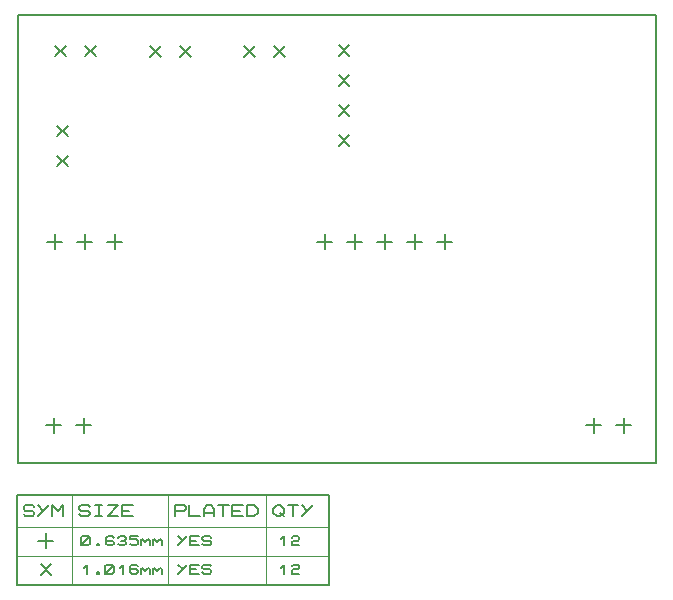
<source format=gbr>
G04 PROTEUS RS274X GERBER FILE*
%FSLAX45Y45*%
%MOMM*%
G01*
%ADD18C,0.203200*%
%ADD19C,0.127000*%
%ADD70C,0.063500*%
%TD.AperFunction*%
D18*
X+2208819Y+3576301D02*
X+2298621Y+3486499D01*
X+2208819Y+3486499D02*
X+2298621Y+3576301D01*
X+1954819Y+3576301D02*
X+2044621Y+3486499D01*
X+1954819Y+3486499D02*
X+2044621Y+3576301D01*
X+1410519Y+3572961D02*
X+1500321Y+3483159D01*
X+1410519Y+3483159D02*
X+1500321Y+3572961D01*
X+1156519Y+3572961D02*
X+1246321Y+3483159D01*
X+1156519Y+3483159D02*
X+1246321Y+3572961D01*
X+607879Y+3578041D02*
X+697681Y+3488239D01*
X+607879Y+3488239D02*
X+697681Y+3578041D01*
X+353879Y+3578041D02*
X+443681Y+3488239D01*
X+353879Y+3488239D02*
X+443681Y+3578041D01*
X+3650000Y+1983500D02*
X+3650000Y+1856500D01*
X+3586500Y+1920000D02*
X+3713500Y+1920000D01*
X+3396000Y+1983500D02*
X+3396000Y+1856500D01*
X+3332500Y+1920000D02*
X+3459500Y+1920000D01*
X+3142000Y+1983500D02*
X+3142000Y+1856500D01*
X+3078500Y+1920000D02*
X+3205500Y+1920000D01*
X+2888000Y+1983500D02*
X+2888000Y+1856500D01*
X+2824500Y+1920000D02*
X+2951500Y+1920000D01*
X+2634000Y+1983500D02*
X+2634000Y+1856500D01*
X+2570500Y+1920000D02*
X+2697500Y+1920000D01*
X+342000Y+429500D02*
X+342000Y+302500D01*
X+278500Y+366000D02*
X+405500Y+366000D01*
X+596000Y+429500D02*
X+596000Y+302500D01*
X+532500Y+366000D02*
X+659500Y+366000D01*
X+4914000Y+429500D02*
X+4914000Y+302500D01*
X+4850500Y+366000D02*
X+4977500Y+366000D01*
X+602000Y+1983500D02*
X+602000Y+1856500D01*
X+538500Y+1920000D02*
X+665500Y+1920000D01*
X+348000Y+1983500D02*
X+348000Y+1856500D01*
X+284500Y+1920000D02*
X+411500Y+1920000D01*
X+856000Y+1983500D02*
X+856000Y+1856500D01*
X+792500Y+1920000D02*
X+919500Y+1920000D01*
X+5168000Y+429500D02*
X+5168000Y+302500D01*
X+5104500Y+366000D02*
X+5231500Y+366000D01*
X+2754179Y+3326581D02*
X+2843981Y+3236779D01*
X+2754179Y+3236779D02*
X+2843981Y+3326581D01*
X+2754179Y+3072581D02*
X+2843981Y+2982779D01*
X+2754179Y+2982779D02*
X+2843981Y+3072581D01*
X+2754179Y+2818581D02*
X+2843981Y+2728779D01*
X+2754179Y+2728779D02*
X+2843981Y+2818581D01*
X+2754179Y+3580581D02*
X+2843981Y+3490779D01*
X+2754179Y+3490779D02*
X+2843981Y+3580581D01*
X+371659Y+2899861D02*
X+461461Y+2810059D01*
X+371659Y+2810059D02*
X+461461Y+2899861D01*
X+371659Y+2645861D02*
X+461461Y+2556059D01*
X+371659Y+2556059D02*
X+461461Y+2645861D01*
X+39839Y+41059D02*
X+5442459Y+41059D01*
X+5442459Y+3834219D01*
X+39839Y+3834219D01*
X+39839Y+41059D01*
D19*
X+27139Y-987641D02*
X+2671279Y-987641D01*
X+2671279Y-225641D01*
X+27139Y-225641D01*
X+27139Y-987641D01*
D70*
X+494501Y-225641D02*
X+494501Y-987641D01*
X+1307301Y-225641D02*
X+1307301Y-987641D01*
X+2140421Y-225641D02*
X+2140421Y-987641D01*
X+27139Y-498691D02*
X+2671279Y-498691D01*
X+27139Y-739991D02*
X+2671279Y-739991D01*
D19*
X+84289Y-389471D02*
X+99529Y-404711D01*
X+160489Y-404711D01*
X+175729Y-389471D01*
X+175729Y-374231D01*
X+160489Y-358991D01*
X+99529Y-358991D01*
X+84289Y-343751D01*
X+84289Y-328511D01*
X+99529Y-313271D01*
X+160489Y-313271D01*
X+175729Y-328511D01*
X+297649Y-313271D02*
X+206209Y-404711D01*
X+206209Y-313271D02*
X+251929Y-358991D01*
X+328129Y-404711D02*
X+328129Y-313271D01*
X+373849Y-358991D01*
X+419569Y-313271D01*
X+419569Y-404711D01*
X+551649Y-389471D02*
X+566889Y-404711D01*
X+627849Y-404711D01*
X+643089Y-389471D01*
X+643089Y-374231D01*
X+627849Y-358991D01*
X+566889Y-358991D01*
X+551649Y-343751D01*
X+551649Y-328511D01*
X+566889Y-313271D01*
X+627849Y-313271D01*
X+643089Y-328511D01*
X+688809Y-313271D02*
X+749769Y-313271D01*
X+719289Y-313271D02*
X+719289Y-404711D01*
X+688809Y-404711D02*
X+749769Y-404711D01*
X+795489Y-313271D02*
X+886929Y-313271D01*
X+795489Y-404711D01*
X+886929Y-404711D01*
X+1008849Y-404711D02*
X+917409Y-404711D01*
X+917409Y-313271D01*
X+1008849Y-313271D01*
X+917409Y-358991D02*
X+978369Y-358991D01*
X+1364449Y-404711D02*
X+1364449Y-313271D01*
X+1440649Y-313271D01*
X+1455889Y-328511D01*
X+1455889Y-343751D01*
X+1440649Y-358991D01*
X+1364449Y-358991D01*
X+1486369Y-313271D02*
X+1486369Y-404711D01*
X+1577809Y-404711D01*
X+1608289Y-404711D02*
X+1608289Y-343751D01*
X+1638769Y-313271D01*
X+1669249Y-313271D01*
X+1699729Y-343751D01*
X+1699729Y-404711D01*
X+1608289Y-374231D02*
X+1699729Y-374231D01*
X+1730209Y-313271D02*
X+1821649Y-313271D01*
X+1775929Y-313271D02*
X+1775929Y-404711D01*
X+1943569Y-404711D02*
X+1852129Y-404711D01*
X+1852129Y-313271D01*
X+1943569Y-313271D01*
X+1852129Y-358991D02*
X+1913089Y-358991D01*
X+1974049Y-404711D02*
X+1974049Y-313271D01*
X+2035009Y-313271D01*
X+2065489Y-343751D01*
X+2065489Y-374231D01*
X+2035009Y-404711D01*
X+1974049Y-404711D01*
X+2197569Y-343751D02*
X+2228049Y-313271D01*
X+2258529Y-313271D01*
X+2289009Y-343751D01*
X+2289009Y-374231D01*
X+2258529Y-404711D01*
X+2228049Y-404711D01*
X+2197569Y-374231D01*
X+2197569Y-343751D01*
X+2258529Y-374231D02*
X+2289009Y-404711D01*
X+2319489Y-313271D02*
X+2410929Y-313271D01*
X+2365209Y-313271D02*
X+2365209Y-404711D01*
X+2532849Y-313271D02*
X+2441409Y-404711D01*
X+2441409Y-313271D02*
X+2487129Y-358991D01*
D18*
X+273519Y-549491D02*
X+273519Y-676491D01*
X+210019Y-612991D02*
X+337019Y-612991D01*
D19*
X+570699Y-638391D02*
X+570699Y-587591D01*
X+583399Y-574891D01*
X+634199Y-574891D01*
X+646899Y-587591D01*
X+646899Y-638391D01*
X+634199Y-651091D01*
X+583399Y-651091D01*
X+570699Y-638391D01*
X+570699Y-651091D02*
X+646899Y-574891D01*
X+710399Y-638391D02*
X+723099Y-638391D01*
X+723099Y-651091D01*
X+710399Y-651091D01*
X+710399Y-638391D01*
X+850099Y-587591D02*
X+837399Y-574891D01*
X+799299Y-574891D01*
X+786599Y-587591D01*
X+786599Y-638391D01*
X+799299Y-651091D01*
X+837399Y-651091D01*
X+850099Y-638391D01*
X+850099Y-625691D01*
X+837399Y-612991D01*
X+786599Y-612991D01*
X+888199Y-587591D02*
X+900899Y-574891D01*
X+938999Y-574891D01*
X+951699Y-587591D01*
X+951699Y-600291D01*
X+938999Y-612991D01*
X+951699Y-625691D01*
X+951699Y-638391D01*
X+938999Y-651091D01*
X+900899Y-651091D01*
X+888199Y-638391D01*
X+913599Y-612991D02*
X+938999Y-612991D01*
X+1053299Y-574891D02*
X+989799Y-574891D01*
X+989799Y-600291D01*
X+1040599Y-600291D01*
X+1053299Y-612991D01*
X+1053299Y-638391D01*
X+1040599Y-651091D01*
X+1002499Y-651091D01*
X+989799Y-638391D01*
X+1078699Y-651091D02*
X+1078699Y-600291D01*
X+1078699Y-612991D02*
X+1091399Y-600291D01*
X+1116799Y-625691D01*
X+1142199Y-600291D01*
X+1154899Y-612991D01*
X+1154899Y-651091D01*
X+1180299Y-651091D02*
X+1180299Y-600291D01*
X+1180299Y-612991D02*
X+1192999Y-600291D01*
X+1218399Y-625691D01*
X+1243799Y-600291D01*
X+1256499Y-612991D01*
X+1256499Y-651091D01*
X+1472399Y-574891D02*
X+1396199Y-651091D01*
X+1396199Y-574891D02*
X+1434299Y-612991D01*
X+1573999Y-651091D02*
X+1497799Y-651091D01*
X+1497799Y-574891D01*
X+1573999Y-574891D01*
X+1497799Y-612991D02*
X+1548599Y-612991D01*
X+1599399Y-638391D02*
X+1612099Y-651091D01*
X+1662899Y-651091D01*
X+1675599Y-638391D01*
X+1675599Y-625691D01*
X+1662899Y-612991D01*
X+1612099Y-612991D01*
X+1599399Y-600291D01*
X+1599399Y-587591D01*
X+1612099Y-574891D01*
X+1662899Y-574891D01*
X+1675599Y-587591D01*
X+2267419Y-600291D02*
X+2292819Y-574891D01*
X+2292819Y-651091D01*
X+2356319Y-587591D02*
X+2369019Y-574891D01*
X+2407119Y-574891D01*
X+2419819Y-587591D01*
X+2419819Y-600291D01*
X+2407119Y-612991D01*
X+2369019Y-612991D01*
X+2356319Y-625691D01*
X+2356319Y-651091D01*
X+2419819Y-651091D01*
D18*
X+228618Y-809390D02*
X+318420Y-899192D01*
X+228618Y-899192D02*
X+318420Y-809390D01*
D19*
X+596099Y-841591D02*
X+621499Y-816191D01*
X+621499Y-892391D01*
X+710399Y-879691D02*
X+723099Y-879691D01*
X+723099Y-892391D01*
X+710399Y-892391D01*
X+710399Y-879691D01*
X+773899Y-879691D02*
X+773899Y-828891D01*
X+786599Y-816191D01*
X+837399Y-816191D01*
X+850099Y-828891D01*
X+850099Y-879691D01*
X+837399Y-892391D01*
X+786599Y-892391D01*
X+773899Y-879691D01*
X+773899Y-892391D02*
X+850099Y-816191D01*
X+900899Y-841591D02*
X+926299Y-816191D01*
X+926299Y-892391D01*
X+1053299Y-828891D02*
X+1040599Y-816191D01*
X+1002499Y-816191D01*
X+989799Y-828891D01*
X+989799Y-879691D01*
X+1002499Y-892391D01*
X+1040599Y-892391D01*
X+1053299Y-879691D01*
X+1053299Y-866991D01*
X+1040599Y-854291D01*
X+989799Y-854291D01*
X+1078699Y-892391D02*
X+1078699Y-841591D01*
X+1078699Y-854291D02*
X+1091399Y-841591D01*
X+1116799Y-866991D01*
X+1142199Y-841591D01*
X+1154899Y-854291D01*
X+1154899Y-892391D01*
X+1180299Y-892391D02*
X+1180299Y-841591D01*
X+1180299Y-854291D02*
X+1192999Y-841591D01*
X+1218399Y-866991D01*
X+1243799Y-841591D01*
X+1256499Y-854291D01*
X+1256499Y-892391D01*
X+1472399Y-816191D02*
X+1396199Y-892391D01*
X+1396199Y-816191D02*
X+1434299Y-854291D01*
X+1573999Y-892391D02*
X+1497799Y-892391D01*
X+1497799Y-816191D01*
X+1573999Y-816191D01*
X+1497799Y-854291D02*
X+1548599Y-854291D01*
X+1599399Y-879691D02*
X+1612099Y-892391D01*
X+1662899Y-892391D01*
X+1675599Y-879691D01*
X+1675599Y-866991D01*
X+1662899Y-854291D01*
X+1612099Y-854291D01*
X+1599399Y-841591D01*
X+1599399Y-828891D01*
X+1612099Y-816191D01*
X+1662899Y-816191D01*
X+1675599Y-828891D01*
X+2267419Y-841591D02*
X+2292819Y-816191D01*
X+2292819Y-892391D01*
X+2356319Y-828891D02*
X+2369019Y-816191D01*
X+2407119Y-816191D01*
X+2419819Y-828891D01*
X+2419819Y-841591D01*
X+2407119Y-854291D01*
X+2369019Y-854291D01*
X+2356319Y-866991D01*
X+2356319Y-892391D01*
X+2419819Y-892391D01*
M02*

</source>
